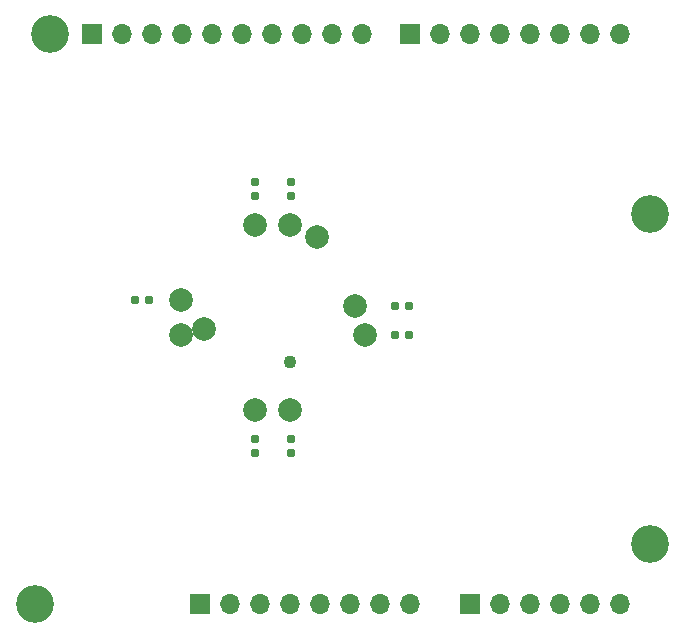
<source format=gbr>
%TF.GenerationSoftware,KiCad,Pcbnew,8.0.1-8.0.1-0~ubuntu23.10.1*%
%TF.CreationDate,2024-04-27T14:30:10-04:00*%
%TF.ProjectId,NavShield,4e617653-6869-4656-9c64-2e6b69636164,rev?*%
%TF.SameCoordinates,Original*%
%TF.FileFunction,Soldermask,Top*%
%TF.FilePolarity,Negative*%
%FSLAX46Y46*%
G04 Gerber Fmt 4.6, Leading zero omitted, Abs format (unit mm)*
G04 Created by KiCad (PCBNEW 8.0.1-8.0.1-0~ubuntu23.10.1) date 2024-04-27 14:30:10*
%MOMM*%
%LPD*%
G01*
G04 APERTURE LIST*
G04 Aperture macros list*
%AMRoundRect*
0 Rectangle with rounded corners*
0 $1 Rounding radius*
0 $2 $3 $4 $5 $6 $7 $8 $9 X,Y pos of 4 corners*
0 Add a 4 corners polygon primitive as box body*
4,1,4,$2,$3,$4,$5,$6,$7,$8,$9,$2,$3,0*
0 Add four circle primitives for the rounded corners*
1,1,$1+$1,$2,$3*
1,1,$1+$1,$4,$5*
1,1,$1+$1,$6,$7*
1,1,$1+$1,$8,$9*
0 Add four rect primitives between the rounded corners*
20,1,$1+$1,$2,$3,$4,$5,0*
20,1,$1+$1,$4,$5,$6,$7,0*
20,1,$1+$1,$6,$7,$8,$9,0*
20,1,$1+$1,$8,$9,$2,$3,0*%
G04 Aperture macros list end*
%ADD10RoundRect,0.160000X0.197500X0.160000X-0.197500X0.160000X-0.197500X-0.160000X0.197500X-0.160000X0*%
%ADD11RoundRect,0.160000X-0.197500X-0.160000X0.197500X-0.160000X0.197500X0.160000X-0.197500X0.160000X0*%
%ADD12RoundRect,0.160000X0.160000X-0.197500X0.160000X0.197500X-0.160000X0.197500X-0.160000X-0.197500X0*%
%ADD13RoundRect,0.160000X-0.160000X0.197500X-0.160000X-0.197500X0.160000X-0.197500X0.160000X0.197500X0*%
%ADD14C,2.000000*%
%ADD15C,1.100000*%
%ADD16C,3.200000*%
%ADD17R,1.700000X1.700000*%
%ADD18O,1.700000X1.700000*%
G04 APERTURE END LIST*
D10*
%TO.C,R107*%
X45597500Y27800000D03*
X44402500Y27800000D03*
%TD*%
D11*
%TO.C,R106*%
X22402500Y28300000D03*
X23597500Y28300000D03*
%TD*%
D12*
%TO.C,R105*%
X32600000Y15302500D03*
X32600000Y16497500D03*
%TD*%
D13*
%TO.C,R104*%
X35600000Y38297500D03*
X35600000Y37102500D03*
%TD*%
D10*
%TO.C,R103*%
X45597500Y25300000D03*
X44402500Y25300000D03*
%TD*%
D13*
%TO.C,R102*%
X32600000Y38297500D03*
X32600000Y37102500D03*
%TD*%
D12*
%TO.C,R101*%
X35600000Y15302500D03*
X35600000Y16497500D03*
%TD*%
D14*
%TO.C,SW101*%
X37830000Y33640000D03*
X28300000Y25780000D03*
X41060000Y27780000D03*
X26280000Y28280000D03*
X32580000Y18980000D03*
X35580000Y34580000D03*
X41880000Y25280000D03*
X32580000Y34580000D03*
X26280000Y25280000D03*
X35580000Y18980000D03*
D15*
X35580000Y22980000D03*
%TD*%
D16*
%TO.C,MH1*%
X15240000Y50800000D03*
%TD*%
%TO.C,MH2*%
X13970000Y2540000D03*
%TD*%
%TO.C,MH3*%
X66040000Y35560000D03*
%TD*%
%TO.C,MH4*%
X66040000Y7620000D03*
%TD*%
D17*
%TO.C,J1*%
X27940000Y2540000D03*
D18*
X30480000Y2540000D03*
X33020000Y2540000D03*
X35560000Y2540000D03*
X38100000Y2540000D03*
X40640000Y2540000D03*
X43180000Y2540000D03*
X45720000Y2540000D03*
%TD*%
D17*
%TO.C,J3*%
X50800000Y2540000D03*
D18*
X53340000Y2540000D03*
X55880000Y2540000D03*
X58420000Y2540000D03*
X60960000Y2540000D03*
X63500000Y2540000D03*
%TD*%
D17*
%TO.C,J2*%
X18796000Y50800000D03*
D18*
X21336000Y50800000D03*
X23876000Y50800000D03*
X26416000Y50800000D03*
X28956000Y50800000D03*
X31496000Y50800000D03*
X34036000Y50800000D03*
X36576000Y50800000D03*
X39116000Y50800000D03*
X41656000Y50800000D03*
%TD*%
D17*
%TO.C,J4*%
X45720000Y50800000D03*
D18*
X48260000Y50800000D03*
X50800000Y50800000D03*
X53340000Y50800000D03*
X55880000Y50800000D03*
X58420000Y50800000D03*
X60960000Y50800000D03*
X63500000Y50800000D03*
%TD*%
M02*

</source>
